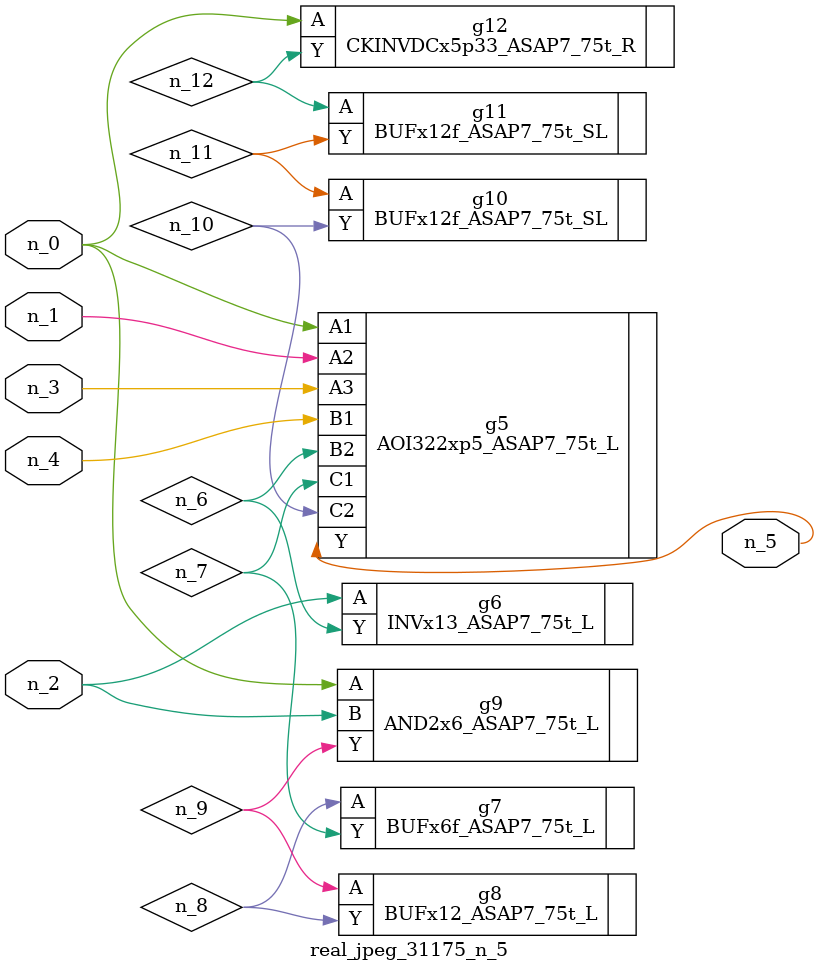
<source format=v>
module real_jpeg_31175_n_5 (n_4, n_0, n_1, n_2, n_3, n_5);

input n_4;
input n_0;
input n_1;
input n_2;
input n_3;

output n_5;

wire n_12;
wire n_8;
wire n_11;
wire n_6;
wire n_7;
wire n_10;
wire n_9;

AOI322xp5_ASAP7_75t_L g5 ( 
.A1(n_0),
.A2(n_1),
.A3(n_3),
.B1(n_4),
.B2(n_6),
.C1(n_7),
.C2(n_10),
.Y(n_5)
);

AND2x6_ASAP7_75t_L g9 ( 
.A(n_0),
.B(n_2),
.Y(n_9)
);

CKINVDCx5p33_ASAP7_75t_R g12 ( 
.A(n_0),
.Y(n_12)
);

INVx13_ASAP7_75t_L g6 ( 
.A(n_2),
.Y(n_6)
);

BUFx6f_ASAP7_75t_L g7 ( 
.A(n_8),
.Y(n_7)
);

BUFx12_ASAP7_75t_L g8 ( 
.A(n_9),
.Y(n_8)
);

BUFx12f_ASAP7_75t_SL g10 ( 
.A(n_11),
.Y(n_10)
);

BUFx12f_ASAP7_75t_SL g11 ( 
.A(n_12),
.Y(n_11)
);


endmodule
</source>
